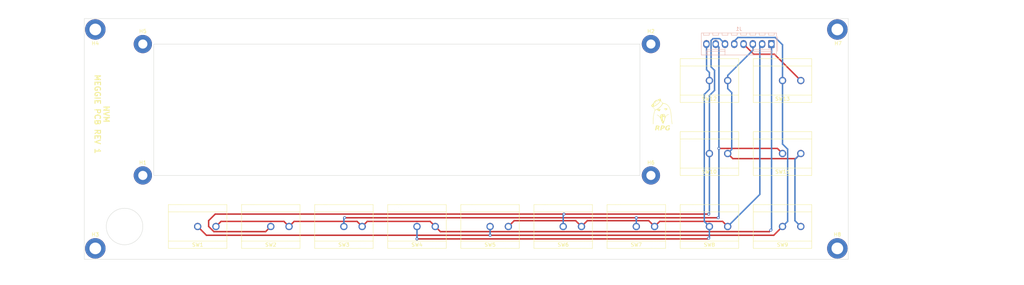
<source format=kicad_pcb>
(kicad_pcb (version 20211014) (generator pcbnew)
  (layers (0 "F.Cu" signal) (31 "B.Cu" signal) (34 "B.Paste" user) (35 "F.Paste" user) (36 "B.SilkS" user "B.Silkscreen") (37 "F.SilkS" user "F.Silkscreen") (38 "B.Mask" user) (39 "F.Mask" user) (44 "Edge.Cuts" user))
  (net 0 "")
  (net 1 "/KR1")
  (net 2 "/KR2")
  (net 3 "/KR3")
  (net 4 "/KR4")
  (net 5 "/KC1")
  (net 6 "/KC2")
  (net 7 "/KC3")
  (net 8 "/KC4")
  (footprint "j_lib:MQ_6450" (layer "F.Cu") (at 71 -9)
    (fp_text reference "SW3" (at 0 5) (layer "F.SilkS"))
    (fp_text value "SW_Push")
    (pad "" np_thru_hole circle locked (at -5 -5) (size 1.3 1.3) (drill 1.3) (layers *.Cu *.Mask))
    (pad "" np_thru_hole circle locked (at 5 5) (size 1.3 1.3) (drill 1.3) (layers *.Cu *.Mask))
    (pad "1" thru_hole circle locked (at 0 0) (size 2 2) (drill 1.3) (layers *.Cu *.Mask) (net 7 "/KC3"))
    (pad "2" thru_hole circle locked (at 5 0) (size 2 2) (drill 1.3) (layers *.Cu *.Mask) (net 1 "/KR1"))
  )
  (footprint "j_lib:logo_rpg7x9" (layer "F.Cu") (at 158.2 -39.4)
    (fp_text reference "LOGO1" hide)
    (fp_text value "logo_generic" hide)
  )
  (footprint "j_lib:MQ_6450" (layer "F.Cu") (at 191 -9)
    (fp_text reference "SW9" (at 0 5) (layer "F.SilkS"))
    (fp_text value "SW_Push")
    (pad "" np_thru_hole circle locked (at 5 5) (size 1.3 1.3) (drill 1.3) (layers *.Cu *.Mask))
    (pad "" np_thru_hole circle locked (at -5 -5) (size 1.3 1.3) (drill 1.3) (layers *.Cu *.Mask))
    (pad "1" thru_hole circle locked (at 0 0) (size 2 2) (drill 1.3) (layers *.Cu *.Mask) (net 5 "/KC1"))
    (pad "2" thru_hole circle locked (at 5 0) (size 2 2) (drill 1.3) (layers *.Cu *.Mask) (net 3 "/KR3"))
  )
  (footprint "j_lib:MQ_6450" (layer "F.Cu") (at 151 -9)
    (fp_text reference "SW7" (at 0 5) (layer "F.SilkS"))
    (fp_text value "SW_Push")
    (pad "" np_thru_hole circle locked (at 5 5) (size 1.3 1.3) (drill 1.3) (layers *.Cu *.Mask))
    (pad "" np_thru_hole circle locked (at -5 -5) (size 1.3 1.3) (drill 1.3) (layers *.Cu *.Mask))
    (pad "1" thru_hole circle locked (at 0 0) (size 2 2) (drill 1.3) (layers *.Cu *.Mask) (net 7 "/KC3"))
    (pad "2" thru_hole circle locked (at 5 0) (size 2 2) (drill 1.3) (layers *.Cu *.Mask) (net 2 "/KR2"))
  )
  (footprint "j_lib:MQ_6450" (layer "F.Cu") (at 31 -9)
    (fp_text reference "SW1" (at 0 5) (layer "F.SilkS"))
    (fp_text value "SW_Push")
    (pad "" np_thru_hole circle locked (at 5 5) (size 1.3 1.3) (drill 1.3) (layers *.Cu *.Mask))
    (pad "" np_thru_hole circle locked (at -5 -5) (size 1.3 1.3) (drill 1.3) (layers *.Cu *.Mask))
    (pad "1" thru_hole circle locked (at 0 0) (size 2 2) (drill 1.3) (layers *.Cu *.Mask) (net 5 "/KC1"))
    (pad "2" thru_hole circle locked (at 5 0) (size 2 2) (drill 1.3) (layers *.Cu *.Mask) (net 1 "/KR1"))
  )
  (footprint "j_lib:MQ_6450" (layer "F.Cu") (at 191 -49)
    (fp_text reference "SW13" (at 0 5) (layer "F.SilkS"))
    (fp_text value "SW_Push")
    (pad "" np_thru_hole circle locked (at -5 -5) (size 1.3 1.3) (drill 1.3) (layers *.Cu *.Mask))
    (pad "" np_thru_hole circle locked (at 5 5) (size 1.3 1.3) (drill 1.3) (layers *.Cu *.Mask))
    (pad "1" thru_hole circle locked (at 0 0) (size 2 2) (drill 1.3) (layers *.Cu *.Mask) (net 5 "/KC1"))
    (pad "2" thru_hole circle locked (at 5 0) (size 2 2) (drill 1.3) (layers *.Cu *.Mask) (net 4 "/KR4"))
  )
  (footprint "j_lib:MQ_6450" (layer "F.Cu") (at 131 -9)
    (fp_text reference "SW6" (at 0 5) (layer "F.SilkS"))
    (fp_text value "SW_Push")
    (pad "" np_thru_hole circle locked (at 5 5) (size 1.3 1.3) (drill 1.3) (layers *.Cu *.Mask))
    (pad "" np_thru_hole circle locked (at -5 -5) (size 1.3 1.3) (drill 1.3) (layers *.Cu *.Mask))
    (pad "1" thru_hole circle locked (at 0 0) (size 2 2) (drill 1.3) (layers *.Cu *.Mask) (net 6 "/KC2"))
    (pad "2" thru_hole circle locked (at 5 0) (size 2 2) (drill 1.3) (layers *.Cu *.Mask) (net 2 "/KR2"))
  )
  (footprint "j_lib:MQ_6450" (layer "F.Cu") (at 171 -9)
    (fp_text reference "SW8" (at 0 5) (layer "F.SilkS"))
    (fp_text value "SW_Push")
    (pad "" np_thru_hole circle locked (at -5 -5) (size 1.3 1.3) (drill 1.3) (layers *.Cu *.Mask))
    (pad "" np_thru_hole circle locked (at 5 5) (size 1.3 1.3) (drill 1.3) (layers *.Cu *.Mask))
    (pad "1" thru_hole circle locked (at 0 0) (size 2 2) (drill 1.3) (layers *.Cu *.Mask) (net 8 "/KC4"))
    (pad "2" thru_hole circle locked (at 5 0) (size 2 2) (drill 1.3) (layers *.Cu *.Mask) (net 2 "/KR2"))
  )
  (footprint "j_lib:MQ_6450" (layer "F.Cu") (at 171 -49)
    (fp_text reference "SW12" (at 0 5) (layer "F.SilkS"))
    (fp_text value "SW_Push")
    (pad "" np_thru_hole circle locked (at 5 5) (size 1.3 1.3) (drill 1.3) (layers *.Cu *.Mask))
    (pad "" np_thru_hole circle locked (at -5 -5) (size 1.3 1.3) (drill 1.3) (layers *.Cu *.Mask))
    (pad "1" thru_hole circle locked (at 0 0) (size 2 2) (drill 1.3) (layers *.Cu *.Mask) (net 8 "/KC4"))
    (pad "2" thru_hole circle locked (at 5 0) (size 2 2) (drill 1.3) (layers *.Cu *.Mask) (net 3 "/KR3"))
  )
  (footprint "MountingHole:MountingHole_3.2mm_M3_DIN965_Pad" (layer "F.Cu") (at 3 -63)
    (fp_text reference "H4" (at 0 3.8) (layer "F.SilkS"))
    (fp_text value "MountingHole")
    (pad "1" thru_hole circle locked (at 0 0) (size 5.6 5.6) (drill 3.2) (layers *.Cu *.Mask))
  )
  (footprint "j_lib:MQ_6450" (layer "F.Cu") (at 91 -9)
    (fp_text reference "SW4" (at 0 5) (layer "F.SilkS"))
    (fp_text value "SW_Push")
    (pad "" np_thru_hole circle locked (at -5 -5) (size 1.3 1.3) (drill 1.3) (layers *.Cu *.Mask))
    (pad "" np_thru_hole circle locked (at 5 5) (size 1.3 1.3) (drill 1.3) (layers *.Cu *.Mask))
    (pad "1" thru_hole circle locked (at 0 0) (size 2 2) (drill 1.3) (layers *.Cu *.Mask) (net 8 "/KC4"))
    (pad "2" thru_hole circle locked (at 5 0) (size 2 2) (drill 1.3) (layers *.Cu *.Mask) (net 1 "/KR1"))
  )
  (footprint "j_lib:MQ_6450" (layer "F.Cu") (at 51 -9)
    (fp_text reference "SW2" (at 0 5) (layer "F.SilkS"))
    (fp_text value "SW_Push")
    (pad "" np_thru_hole circle locked (at -5 -5) (size 1.3 1.3) (drill 1.3) (layers *.Cu *.Mask))
    (pad "" np_thru_hole circle locked (at 5 5) (size 1.3 1.3) (drill 1.3) (layers *.Cu *.Mask))
    (pad "1" thru_hole circle locked (at 0 0) (size 2 2) (drill 1.3) (layers *.Cu *.Mask) (net 6 "/KC2"))
    (pad "2" thru_hole circle locked (at 5 0) (size 2 2) (drill 1.3) (layers *.Cu *.Mask) (net 1 "/KR1"))
  )
  (footprint "MountingHole:MountingHole_3.2mm_M3_DIN965_Pad" (layer "F.Cu") (at 3 -3)
    (fp_text reference "H3" (at 0 -3.8) (layer "F.SilkS"))
    (fp_text value "MountingHole")
    (pad "1" thru_hole circle locked (at 0 0) (size 5.6 5.6) (drill 3.2) (layers *.Cu *.Mask))
  )
  (footprint "j_lib:MQ_6450" (layer "F.Cu") (at 191 -29)
    (fp_text reference "SW11" (at 0 5) (layer "F.SilkS"))
    (fp_text value "SW_Push")
    (pad "" np_thru_hole circle locked (at 5 5) (size 1.3 1.3) (drill 1.3) (layers *.Cu *.Mask))
    (pad "" np_thru_hole circle locked (at -5 -5) (size 1.3 1.3) (drill 1.3) (layers *.Cu *.Mask))
    (pad "1" thru_hole circle locked (at 0 0) (size 2 2) (drill 1.3) (layers *.Cu *.Mask) (net 7 "/KC3"))
    (pad "2" thru_hole circle locked (at 5 0) (size 2 2) (drill 1.3) (layers *.Cu *.Mask) (net 3 "/KR3"))
  )
  (footprint "j_lib:MQ_6450" (layer "F.Cu") (at 111 -9)
    (fp_text reference "SW5" (at 0 5) (layer "F.SilkS"))
    (fp_text value "SW_Push")
    (pad "" np_thru_hole circle locked (at 5 5) (size 1.3 1.3) (drill 1.3) (layers *.Cu *.Mask))
    (pad "" np_thru_hole circle locked (at -5 -5) (size 1.3 1.3) (drill 1.3) (layers *.Cu *.Mask))
    (pad "1" thru_hole circle locked (at 0 0) (size 2 2) (drill 1.3) (layers *.Cu *.Mask) (net 5 "/KC1"))
    (pad "2" thru_hole circle locked (at 5 0) (size 2 2) (drill 1.3) (layers *.Cu *.Mask) (net 2 "/KR2"))
  )
  (footprint "MountingHole:MountingHole_2.5mm_Pad" (layer "F.Cu") (at 155 -23)
    (fp_text reference "H6" (at 0 -3.5) (layer "F.SilkS"))
    (fp_text value "MountingHole")
    (pad "1" thru_hole circle locked (at 0 0) (size 5 5) (drill 2.5) (layers *.Cu *.Mask))
  )
  (footprint "MountingHole:MountingHole_2.5mm_Pad" (layer "F.Cu") (at 16 -59)
    (fp_text reference "H5" (at 0 -3.5) (layer "F.SilkS"))
    (fp_text value "MountingHole")
    (pad "1" thru_hole circle locked (at 0 0) (size 5 5) (drill 2.5) (layers *.Cu *.Mask))
  )
  (footprint "j_lib:MQ_6450" (layer "F.Cu") (at 171 -29)
    (fp_text reference "SW10" (at 0 5) (layer "F.SilkS"))
    (fp_text value "SW_Push")
    (pad "" np_thru_hole circle locked (at 5 5) (size 1.3 1.3) (drill 1.3) (layers *.Cu *.Mask))
    (pad "" np_thru_hole circle locked (at -5 -5) (size 1.3 1.3) (drill 1.3) (layers *.Cu *.Mask))
    (pad "1" thru_hole circle locked (at 0 0) (size 2 2) (drill 1.3) (layers *.Cu *.Mask) (net 6 "/KC2"))
    (pad "2" thru_hole circle locked (at 5 0) (size 2 2) (drill 1.3) (layers *.Cu *.Mask) (net 3 "/KR3"))
  )
  (footprint "MountingHole:MountingHole_3.2mm_M3_DIN965_Pad" (layer "F.Cu") (at 206 -63)
    (fp_text reference "H7" (at 0.2 3.8) (layer "F.SilkS"))
    (fp_text value "MountingHole")
    (pad "1" thru_hole circle locked (at 0 0) (size 5.6 5.6) (drill 3.2) (layers *.Cu *.Mask))
  )
  (footprint "MountingHole:MountingHole_2.5mm_Pad" (layer "F.Cu") (at 155 -59)
    (fp_text reference "H2" (at 0 -3.5) (layer "F.SilkS"))
    (fp_text value "MountingHole")
    (pad "1" thru_hole circle locked (at 0 0) (size 5 5) (drill 2.5) (layers *.Cu *.Mask))
  )
  (footprint "MountingHole:MountingHole_3.2mm_M3_DIN965_Pad" (layer "F.Cu") (at 206 -3)
    (fp_text reference "H8" (at 0 -3.8) (layer "F.SilkS"))
    (fp_text value "MountingHole")
    (pad "1" thru_hole circle locked (at 0 0) (size 5.6 5.6) (drill 3.2) (layers *.Cu *.Mask))
  )
  (footprint "MountingHole:MountingHole_2.5mm_Pad" (layer "F.Cu") (at 16 -23)
    (fp_text reference "H1" (at 0 -3.5) (layer "F.SilkS"))
    (fp_text value "MountingHole")
    (pad "1" thru_hole circle locked (at 0 0) (size 5 5) (drill 2.5) (layers *.Cu *.Mask))
  )
  (footprint "Connector_Molex:Molex_KK-254_AE-6410-08A_1x08_P2.54mm_Vertical" (layer "B.Cu") (at 187.96 -59 180)
    (fp_text reference "J1" (at 8.89 4.12) (layer "B.SilkS") (effects (justify mirror)))
    (fp_text value "Conn_01x08_Male")
    (pad "1" thru_hole roundrect locked (at 0 0 180) (size 1.74 2.19) (drill 1.19) (layers *.Cu *.Mask) (roundrect_rratio 0.1436781609) (net 1 "/KR1"))
    (pad "2" thru_hole oval locked (at 2.54 0 180) (size 1.74 2.19) (drill 1.19) (layers *.Cu *.Mask) (net 2 "/KR2"))
    (pad "3" thru_hole oval locked (at 5.08 0 180) (size 1.74 2.19) (drill 1.19) (layers *.Cu *.Mask) (net 3 "/KR3"))
    (pad "4" thru_hole oval locked (at 7.62 0 180) (size 1.74 2.19) (drill 1.19) (layers *.Cu *.Mask) (net 4 "/KR4"))
    (pad "5" thru_hole oval locked (at 10.16 0 180) (size 1.74 2.19) (drill 1.19) (layers *.Cu *.Mask) (net 5 "/KC1"))
    (pad "6" thru_hole oval locked (at 12.7 0 180) (size 1.74 2.19) (drill 1.19) (layers *.Cu *.Mask) (net 6 "/KC2"))
    (pad "7" thru_hole oval locked (at 15.24 0 180) (size 1.74 2.19) (drill 1.19) (layers *.Cu *.Mask) (net 7 "/KC3"))
    (pad "8" thru_hole oval locked (at 17.78 0 180) (size 1.74 2.19) (drill 1.19) (layers *.Cu *.Mask) (net 8 "/KC4"))
  )
  (gr_circle (center 11 -9) (end 16 -9) (layer "Edge.Cuts") (width 0.1) (fill none))
  (gr_rect (start 19 -23) (end 152 -59) (layer "Edge.Cuts") (width 0.1) (fill none))
  (gr_rect (start 0 0) (end 209 -66) (layer "Edge.Cuts") (width 0.1) (fill none))
  (gr_text "NVM\nMEGGIE PCB REV 1" (at 4.8 -39.8 270) (layer "F.SilkS") (effects (font (size 1.5 1.5) (thickness 0.3))))
  (segment (start 74.600489 -10.399511) (end 57.399511 -10.399511) (width 0.4) (layer "F.Cu") (net 1))
  (segment (start 76 -9) (end 77.399511 -10.399511) (width 0.4) (layer "F.Cu") (net 1))
  (segment (start 37.399511 -10.399511) (end 36 -9) (width 0.4) (layer "F.Cu") (net 1))
  (segment (start 56 -9) (end 54.600489 -10.399511) (width 0.4) (layer "F.Cu") (net 1))
  (segment (start 94.600489 -10.399511) (end 96 -9) (width 0.4) (layer "F.Cu") (net 1))
  (segment (start 54.600489 -10.399511) (end 37.399511 -10.399511) (width 0.4) (layer "F.Cu") (net 1))
  (segment (start 57.399511 -10.399511) (end 56 -9) (width 0.4) (layer "F.Cu") (net 1))
  (segment (start 76 -9) (end 74.600489 -10.399511) (width 0.4) (layer "F.Cu") (net 1))
  (segment (start 187.400489 -7.600489) (end 97.399511 -7.600489) (width 0.4) (layer "F.Cu") (net 1))
  (segment (start 97.399511 -7.600489) (end 96 -9) (width 0.4) (layer "F.Cu") (net 1))
  (segment (start 77.399511 -10.399511) (end 94.600489 -10.399511) (width 0.4) (layer "F.Cu") (net 1))
  (segment (start 187.8 -8) (end 187.400489 -7.600489) (width 0.4) (layer "F.Cu") (net 1))
  (via (at 187.8 -8) (size 0.8) (drill 0.4) (layers "F.Cu" "B.Cu") (net 1))
  (segment (start 188 -8.2) (end 187.8 -8) (width 0.4) (layer "B.Cu") (net 1))
  (segment (start 188 -59) (end 188 -8.2) (width 0.4) (layer "B.Cu") (net 1))
  (segment (start 156 -9) (end 157.399511 -10.399511) (width 0.4) (layer "F.Cu") (net 2))
  (segment (start 116 -9) (end 117.6 -10.6) (width 0.4) (layer "F.Cu") (net 2))
  (segment (start 154.4 -10.6) (end 156 -9) (width 0.4) (layer "F.Cu") (net 2))
  (segment (start 117.6 -10.6) (end 134.4 -10.6) (width 0.4) (layer "F.Cu") (net 2))
  (segment (start 136 -9) (end 137.6 -10.6) (width 0.4) (layer "F.Cu") (net 2))
  (segment (start 137.6 -10.6) (end 154.4 -10.6) (width 0.4) (layer "F.Cu") (net 2))
  (segment (start 157.399511 -10.399511) (end 174.600489 -10.399511) (width 0.4) (layer "F.Cu") (net 2))
  (segment (start 134.4 -10.6) (end 136 -9) (width 0.4) (layer "F.Cu") (net 2))
  (segment (start 174.600489 -10.399511) (end 176 -9) (width 0.4) (layer "F.Cu") (net 2))
  (segment (start 185.46 -59) (end 184.8 -58.34) (width 0.4) (layer "B.Cu") (net 2))
  (segment (start 184.8 -58.34) (end 184.8 -17.8) (width 0.4) (layer "B.Cu") (net 2))
  (segment (start 184.8 -17.8) (end 176 -9) (width 0.4) (layer "B.Cu") (net 2))
  (segment (start 194.600489 -27.600489) (end 196 -29) (width 0.4) (layer "F.Cu") (net 3))
  (segment (start 177.399511 -27.600489) (end 194.600489 -27.600489) (width 0.4) (layer "F.Cu") (net 3))
  (segment (start 176 -29) (end 177.399511 -27.600489) (width 0.4) (layer "F.Cu") (net 3))
  (segment (start 177.099521 -45.700479) (end 177.099521 -30.099521) (width 0.4) (layer "B.Cu") (net 3))
  (segment (start 194.4 -10.6) (end 194.4 -27.4) (width 0.4) (layer "B.Cu") (net 3))
  (segment (start 176 -49) (end 176 -46.8) (width 0.4) (layer "B.Cu") (net 3))
  (segment (start 182.92 -59) (end 182.92 -57.32) (width 0.4) (layer "B.Cu") (net 3))
  (segment (start 176 -46.8) (end 177.099521 -45.700479) (width 0.4) (layer "B.Cu") (net 3))
  (segment (start 176 -50.4) (end 176 -49) (width 0.4) (layer "B.Cu") (net 3))
  (segment (start 182.92 -57.32) (end 176 -50.4) (width 0.4) (layer "B.Cu") (net 3))
  (segment (start 177.099521 -30.099521) (end 176 -29) (width 0.4) (layer "B.Cu") (net 3))
  (segment (start 196 -9) (end 194.4 -10.6) (width 0.4) (layer "B.Cu") (net 3))
  (segment (start 194.4 -27.4) (end 196 -29) (width 0.4) (layer "B.Cu") (net 3))
  (segment (start 188.8 -56.2) (end 196 -49) (width 0.4) (layer "F.Cu") (net 4))
  (segment (start 180.34 -59) (end 183.14 -56.2) (width 0.4) (layer "F.Cu") (net 4))
  (segment (start 183.14 -56.2) (end 188.8 -56.2) (width 0.4) (layer "F.Cu") (net 4))
  (segment (start 191 -9) (end 188.6 -6.6) (width 0.4) (layer "F.Cu") (net 5))
  (segment (start 31 -9) (end 33.4 -6.6) (width 0.4) (layer "F.Cu") (net 5))
  (segment (start 188.6 -6.6) (end 111 -6.6) (width 0.4) (layer "F.Cu") (net 5))
  (segment (start 33.4 -6.6) (end 111 -6.6) (width 0.4) (layer "F.Cu") (net 5))
  (via (at 111 -6.6) (size 0.8) (drill 0.4) (layers "F.Cu" "B.Cu") (net 5))
  (segment (start 191 -58.8) (end 191 -49) (width 0.4) (layer "B.Cu") (net 5))
  (segment (start 189 -60.8) (end 191 -58.8) (width 0.4) (layer "B.Cu") (net 5))
  (segment (start 177.84 -59) (end 177.84 -59.84) (width 0.4) (layer "B.Cu") (net 5))
  (segment (start 111 -6.6) (end 111 -9) (width 0.4) (layer "B.Cu") (net 5))
  (segment (start 191 -9) (end 192.399511 -10.399511) (width 0.4) (layer "B.Cu") (net 5))
  (segment (start 177.84 -59.84) (end 178.8 -60.8) (width 0.4) (layer "B.Cu") (net 5))
  (segment (start 178.8 -60.8) (end 189 -60.8) (width 0.4) (layer "B.Cu") (net 5))
  (segment (start 191 -31.6) (end 191 -49) (width 0.4) (layer "B.Cu") (net 5))
  (segment (start 192.399511 -30.200489) (end 191 -31.6) (width 0.4) (layer "B.Cu") (net 5))
  (segment (start 192.399511 -10.399511) (end 192.399511 -30.200489) (width 0.4) (layer "B.Cu") (net 5))
  (segment (start 34 -9.020791) (end 35.420791 -7.6) (width 0.4) (layer "F.Cu") (net 6))
  (segment (start 131.2 -12.4) (end 35.8 -12.4) (width 0.4) (layer "F.Cu") (net 6))
  (segment (start 131.2 -12.4) (end 170.8 -12.4) (width 0.4) (layer "F.Cu") (net 6))
  (segment (start 35.420791 -7.6) (end 49.6 -7.6) (width 0.4) (layer "F.Cu") (net 6))
  (segment (start 35.8 -12.4) (end 34 -10.6) (width 0.4) (layer "F.Cu") (net 6))
  (segment (start 49.6 -7.6) (end 51 -9) (width 0.4) (layer "F.Cu") (net 6))
  (segment (start 34 -10.6) (end 34 -9.020791) (width 0.4) (layer "F.Cu") (net 6))
  (via (at 131.2 -12.4) (size 0.8) (drill 0.4) (layers "F.Cu" "B.Cu") (net 6))
  (via (at 170.8 -12.4) (size 0.8) (drill 0.4) (layers "F.Cu" "B.Cu") (net 6))
  (segment (start 175.3 -59) (end 173.80548 -60.49452) (width 0.4) (layer "B.Cu") (net 6))
  (segment (start 171 -12.6) (end 170.8 -12.4) (width 0.4) (layer "B.Cu") (net 6))
  (segment (start 131.2 -12.4) (end 131 -12.2) (width 0.4) (layer "B.Cu") (net 6))
  (segment (start 171.98404 -60.49452) (end 171.45048 -59.96096) (width 0.4) (layer "B.Cu") (net 6))
  (segment (start 171 -44.9) (end 171 -29) (width 0.4) (layer "B.Cu") (net 6))
  (segment (start 172.4 -51.8) (end 172.4 -46.3) (width 0.4) (layer "B.Cu") (net 6))
  (segment (start 171.45048 -52.74952) (end 172.4 -51.8) (width 0.4) (layer "B.Cu") (net 6))
  (segment (start 173.80548 -60.49452) (end 171.98404 -60.49452) (width 0.4) (layer "B.Cu") (net 6))
  (segment (start 131 -12.2) (end 131 -9) (width 0.4) (layer "B.Cu") (net 6))
  (segment (start 171 -29) (end 171 -12.6) (width 0.4) (layer "B.Cu") (net 6))
  (segment (start 172.4 -46.3) (end 171 -44.9) (width 0.4) (layer "B.Cu") (net 6))
  (segment (start 171.45048 -59.96096) (end 171.45048 -52.74952) (width 0.4) (layer "B.Cu") (net 6))
  (segment (start 189.6 -30.4) (end 173.6 -30.4) (width 0.4) (layer "F.Cu") (net 7))
  (segment (start 151 -11.4) (end 71.2 -11.4) (width 0.4) (layer "F.Cu") (net 7))
  (segment (start 191 -29) (end 189.6 -30.4) (width 0.4) (layer "F.Cu") (net 7))
  (segment (start 173.4 -11.4) (end 151 -11.4) (width 0.4) (layer "F.Cu") (net 7))
  (via (at 173.4 -11.4) (size 0.8) (drill 0.4) (layers "F.Cu" "B.Cu") (net 7))
  (via (at 71.2 -11.4) (size 0.8) (drill 0.4) (layers "F.Cu" "B.Cu") (net 7))
  (via (at 151 -11.4) (size 0.8) (drill 0.4) (layers "F.Cu" "B.Cu") (net 7))
  (via (at 173.6 -30.4) (size 0.8) (drill 0.4) (layers "F.Cu" "B.Cu") (net 7))
  (segment (start 151 -9) (end 151 -11.4) (width 0.4) (layer "B.Cu") (net 7))
  (segment (start 71.2 -11.4) (end 71 -11.2) (width 0.4) (layer "B.Cu") (net 7))
  (segment (start 173.6 -11.6) (end 173.6 -30.4) (width 0.4) (layer "B.Cu") (net 7))
  (segment (start 173.4 -11.4) (end 173.6 -11.6) (width 0.4) (layer "B.Cu") (net 7))
  (segment (start 173.6 -58.16) (end 172.76 -59) (width 0.4) (layer "B.Cu") (net 7))
  (segment (start 71 -11.2) (end 71 -9) (width 0.4) (layer "B.Cu") (net 7))
  (segment (start 173.6 -30.4) (end 173.6 -58.16) (width 0.4) (layer "B.Cu") (net 7))
  (segment (start 91 -5.6) (end 170.6 -5.6) (width 0.4) (layer "F.Cu") (net 8))
  (segment (start 170.6 -5.6) (end 170.8 -5.8) (width 0.4) (layer "F.Cu") (net 8))
  (via (at 170.8 -5.8) (size 0.8) (drill 0.4) (layers "F.Cu" "B.Cu") (net 8))
  (via (at 91 -5.6) (size 0.8) (drill 0.4) (layers "F.Cu" "B.Cu") (net 8))
  (segment (start 171 -9) (end 171 -6) (width 0.4) (layer "B.Cu") (net 8))
  (segment (start 169.600489 -45.200489) (end 169.600489 -10.399511) (width 0.4) (layer "B.Cu") (net 8))
  (segment (start 91 -5.6) (end 91 -9) (width 0.4) (layer "B.Cu") (net 8))
  (segment (start 171 -6) (end 170.8 -5.8) (width 0.4) (layer "B.Cu") (net 8))
  (segment (start 170.22 -59) (end 170.22 -51.98) (width 0.4) (layer "B.Cu") (net 8))
  (segment (start 171 -46.6) (end 169.600489 -45.200489) (width 0.4) (layer "B.Cu") (net 8))
  (segment (start 171 -49) (end 171 -46.6) (width 0.4) (layer "B.Cu") (net 8))
  (segment (start 169.600489 -10.399511) (end 171 -9) (width 0.4) (layer "B.Cu") (net 8))
  (segment (start 170.22 -51.98) (end 171 -51.2) (width 0.4) (layer "B.Cu") (net 8))
  (segment (start 171 -51.2) (end 171 -49) (width 0.4) (layer "B.Cu") (net 8))
)
</source>
